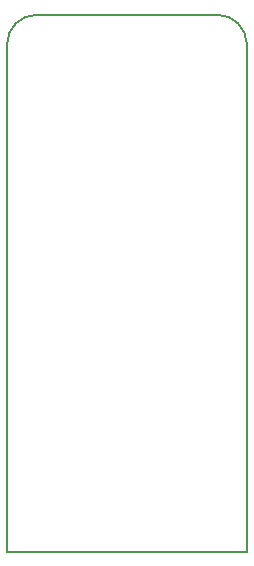
<source format=gbr>
G04 #@! TF.GenerationSoftware,KiCad,Pcbnew,5.1.5-52549c5~84~ubuntu18.04.1*
G04 #@! TF.CreationDate,2020-01-04T20:43:16+00:00*
G04 #@! TF.ProjectId,SX1257_pmod,53583132-3537-45f7-906d-6f642e6b6963,rev?*
G04 #@! TF.SameCoordinates,Original*
G04 #@! TF.FileFunction,Profile,NP*
%FSLAX46Y46*%
G04 Gerber Fmt 4.6, Leading zero omitted, Abs format (unit mm)*
G04 Created by KiCad (PCBNEW 5.1.5-52549c5~84~ubuntu18.04.1) date 2020-01-04 20:43:16*
%MOMM*%
%LPD*%
G04 APERTURE LIST*
%ADD10C,0.150000*%
G04 APERTURE END LIST*
D10*
X132080000Y-22860000D02*
G75*
G02X134620000Y-25400000I0J-2540000D01*
G01*
X114300000Y-25400000D02*
G75*
G02X116840000Y-22860000I2540000J0D01*
G01*
X132080000Y-22860000D02*
X116840000Y-22860000D01*
X134620000Y-68326000D02*
X134620000Y-25400000D01*
X114300000Y-68326000D02*
X134620000Y-68326000D01*
X114300000Y-25400000D02*
X114300000Y-68326000D01*
M02*

</source>
